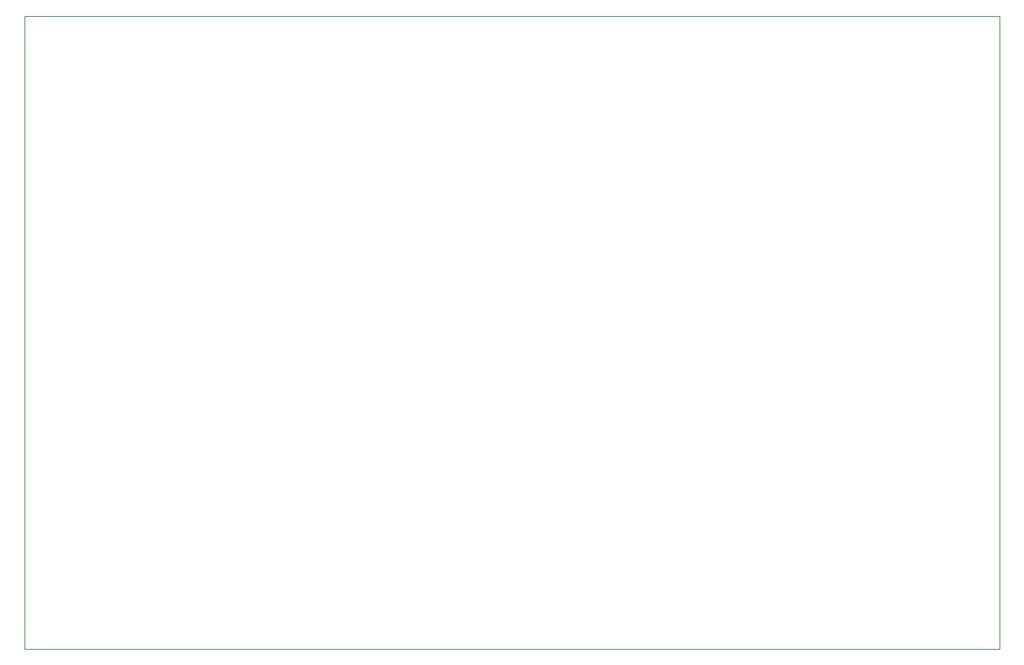
<source format=gbr>
%TF.GenerationSoftware,KiCad,Pcbnew,5.1.6*%
%TF.CreationDate,2020-07-08T21:20:25+02:00*%
%TF.ProjectId,mainboard,6d61696e-626f-4617-9264-2e6b69636164,rev?*%
%TF.SameCoordinates,Original*%
%TF.FileFunction,Profile,NP*%
%FSLAX46Y46*%
G04 Gerber Fmt 4.6, Leading zero omitted, Abs format (unit mm)*
G04 Created by KiCad (PCBNEW 5.1.6) date 2020-07-08 21:20:25*
%MOMM*%
%LPD*%
G01*
G04 APERTURE LIST*
%TA.AperFunction,Profile*%
%ADD10C,0.100000*%
%TD*%
G04 APERTURE END LIST*
D10*
X164000000Y-54600000D02*
X164000000Y-124700000D01*
X56100000Y-54600000D02*
X164000000Y-54600000D01*
X56100000Y-124700000D02*
X56100000Y-54600000D01*
X164000000Y-124700000D02*
X56100000Y-124700000D01*
M02*

</source>
